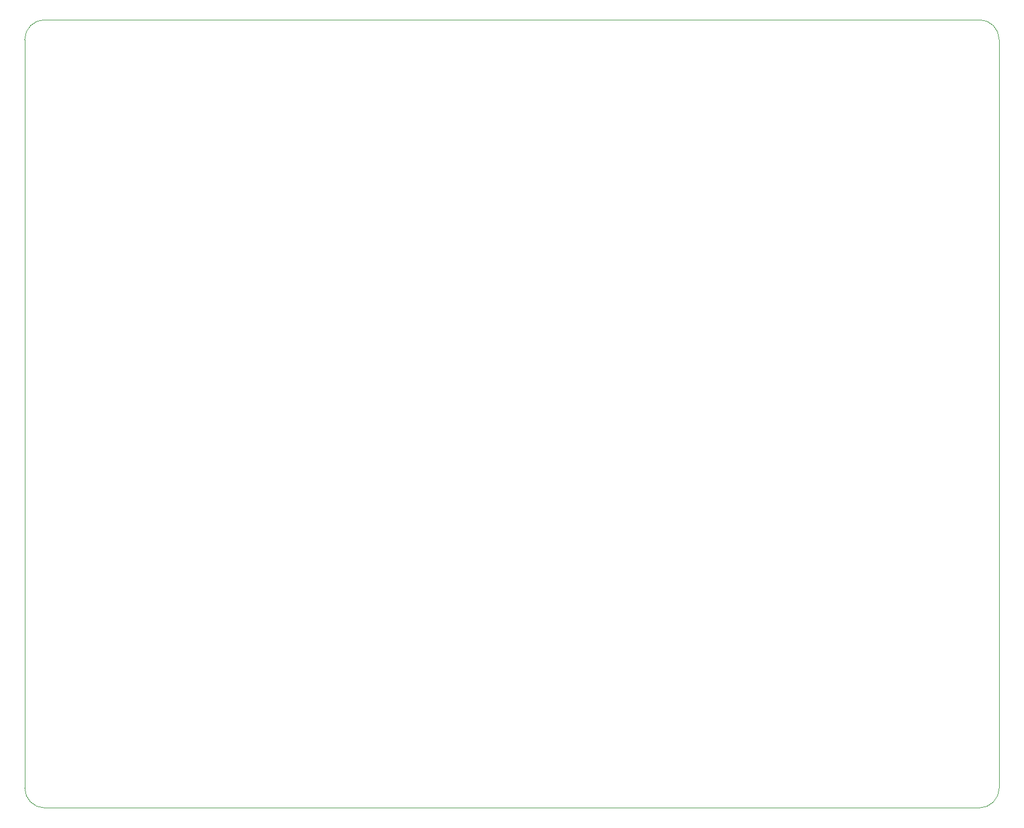
<source format=gbr>
%TF.GenerationSoftware,KiCad,Pcbnew,9.0.1*%
%TF.CreationDate,2025-08-26T10:13:58+03:00*%
%TF.ProjectId,Control_board,436f6e74-726f-46c5-9f62-6f6172642e6b,rev?*%
%TF.SameCoordinates,Original*%
%TF.FileFunction,Profile,NP*%
%FSLAX46Y46*%
G04 Gerber Fmt 4.6, Leading zero omitted, Abs format (unit mm)*
G04 Created by KiCad (PCBNEW 9.0.1) date 2025-08-26 10:13:58*
%MOMM*%
%LPD*%
G01*
G04 APERTURE LIST*
%TA.AperFunction,Profile*%
%ADD10C,0.100000*%
%TD*%
G04 APERTURE END LIST*
D10*
X205229200Y-160528000D02*
X65230000Y-160528000D01*
X65230000Y-42367200D02*
X205229200Y-42367200D01*
X65230000Y-160528000D02*
G75*
G02*
X62230000Y-157528000I0J3000000D01*
G01*
X208229200Y-45367200D02*
X208229200Y-157528000D01*
X62230000Y-157528000D02*
X62230000Y-45367200D01*
X205229200Y-42367200D02*
G75*
G02*
X208229200Y-45367200I0J-3000000D01*
G01*
X62230000Y-45367200D02*
G75*
G02*
X65230000Y-42367200I3000000J0D01*
G01*
X208229200Y-157528000D02*
G75*
G02*
X205229200Y-160528000I-3000000J0D01*
G01*
M02*

</source>
